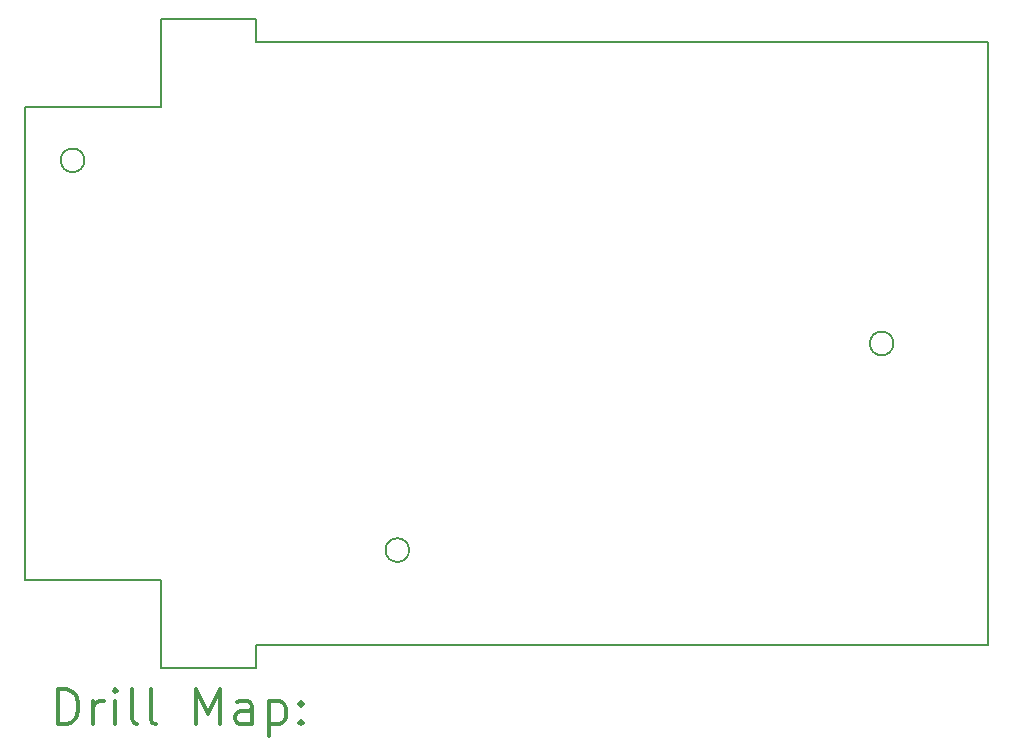
<source format=gbr>
%FSLAX45Y45*%
G04 Gerber Fmt 4.5, Leading zero omitted, Abs format (unit mm)*
G04 Created by KiCad (PCBNEW 5.0.2-bee76a0~70~ubuntu18.04.1) date Mon 02 Dec 2019 10:21:49 PM CET*
%MOMM*%
%LPD*%
G01*
G04 APERTURE LIST*
%ADD10C,0.200000*%
%ADD11C,0.300000*%
G04 APERTURE END LIST*
D10*
X3250000Y1000000D02*
G75*
G03X3250000Y1000000I-100000J0D01*
G01*
X500000Y4300000D02*
G75*
G03X500000Y4300000I-100000J0D01*
G01*
X7350000Y2750000D02*
G75*
G03X7350000Y2750000I-100000J0D01*
G01*
X8150000Y5300000D02*
X8150000Y200000D01*
X8150000Y5300000D02*
X1950000Y5300000D01*
X1950000Y200000D02*
X8150000Y200000D01*
X1950000Y0D02*
X1950000Y200000D01*
X1950000Y5300000D02*
X1950000Y5500000D01*
X1950000Y0D02*
X1150000Y0D01*
X1150000Y5500000D02*
X1950000Y5500000D01*
X1150000Y5500000D02*
X1150000Y4750000D01*
X1150000Y750000D02*
X1150000Y0D01*
X1150000Y750000D02*
X0Y750000D01*
X0Y4750000D02*
X1150000Y4750000D01*
X0Y750000D02*
X0Y4750000D01*
D10*
D11*
X276428Y-475714D02*
X276428Y-175714D01*
X347857Y-175714D01*
X390714Y-190000D01*
X419286Y-218571D01*
X433571Y-247143D01*
X447857Y-304286D01*
X447857Y-347143D01*
X433571Y-404286D01*
X419286Y-432857D01*
X390714Y-461429D01*
X347857Y-475714D01*
X276428Y-475714D01*
X576428Y-475714D02*
X576428Y-275714D01*
X576428Y-332857D02*
X590714Y-304286D01*
X605000Y-290000D01*
X633571Y-275714D01*
X662143Y-275714D01*
X762143Y-475714D02*
X762143Y-275714D01*
X762143Y-175714D02*
X747857Y-190000D01*
X762143Y-204286D01*
X776428Y-190000D01*
X762143Y-175714D01*
X762143Y-204286D01*
X947857Y-475714D02*
X919286Y-461429D01*
X905000Y-432857D01*
X905000Y-175714D01*
X1105000Y-475714D02*
X1076428Y-461429D01*
X1062143Y-432857D01*
X1062143Y-175714D01*
X1447857Y-475714D02*
X1447857Y-175714D01*
X1547857Y-390000D01*
X1647857Y-175714D01*
X1647857Y-475714D01*
X1919286Y-475714D02*
X1919286Y-318572D01*
X1905000Y-290000D01*
X1876428Y-275714D01*
X1819286Y-275714D01*
X1790714Y-290000D01*
X1919286Y-461429D02*
X1890714Y-475714D01*
X1819286Y-475714D01*
X1790714Y-461429D01*
X1776428Y-432857D01*
X1776428Y-404286D01*
X1790714Y-375714D01*
X1819286Y-361429D01*
X1890714Y-361429D01*
X1919286Y-347143D01*
X2062143Y-275714D02*
X2062143Y-575714D01*
X2062143Y-290000D02*
X2090714Y-275714D01*
X2147857Y-275714D01*
X2176428Y-290000D01*
X2190714Y-304286D01*
X2205000Y-332857D01*
X2205000Y-418571D01*
X2190714Y-447143D01*
X2176428Y-461429D01*
X2147857Y-475714D01*
X2090714Y-475714D01*
X2062143Y-461429D01*
X2333571Y-447143D02*
X2347857Y-461429D01*
X2333571Y-475714D01*
X2319286Y-461429D01*
X2333571Y-447143D01*
X2333571Y-475714D01*
X2333571Y-290000D02*
X2347857Y-304286D01*
X2333571Y-318572D01*
X2319286Y-304286D01*
X2333571Y-290000D01*
X2333571Y-318572D01*
M02*

</source>
